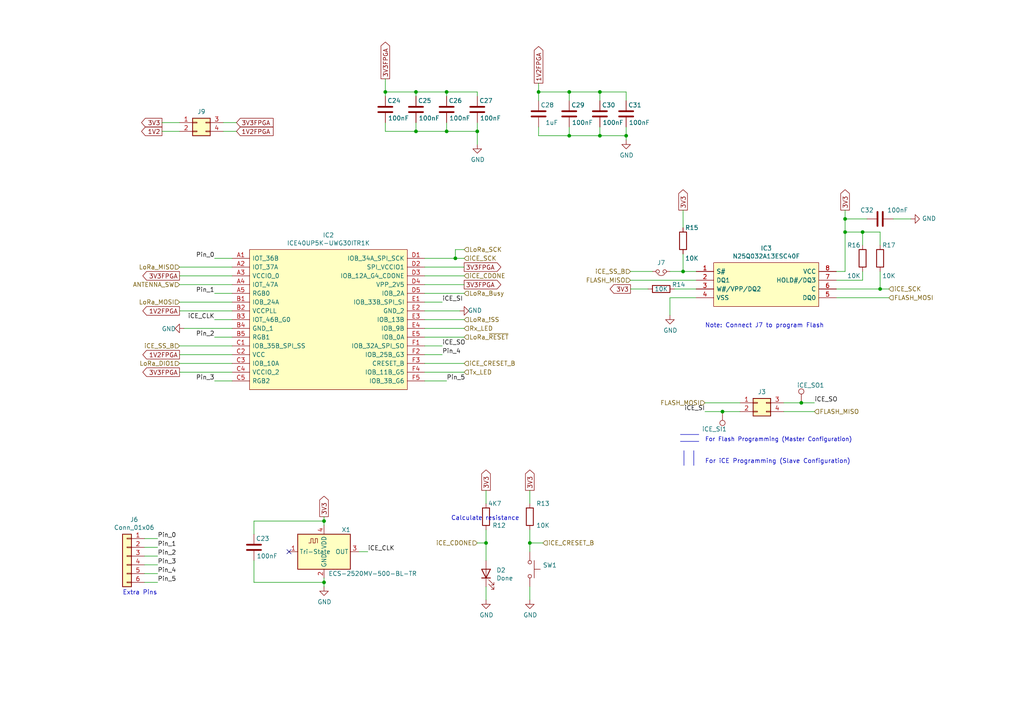
<source format=kicad_sch>
(kicad_sch (version 20211123) (generator eeschema)
  (paper "A4")
  (lib_symbols
    (symbol "Connector:TestPoint" (pin_numbers hide) (pin_names (offset 0.762) hide)
      (property "Reference" "TP" (at 0 6.858 0))
      (property "Value" "TestPoint" (at 0 5.08 0))
      (symbol "TestPoint_0_1"
        (circle (center 0 3.302) (radius 0.762))
      )
      (symbol "TestPoint_1_1"
        (pin passive line (at 0 0 90) (length 2.54) (name "1") (number "1"))
      )
    )
    (symbol "Connector_Generic:Conn_01x06" (pin_names (offset 1.016) hide)
      (property "Reference" "J" (at 0 7.62 0))
      (property "Value" "Conn_01x06" (at 0 -10.16 0))
      (symbol "Conn_01x06_1_1"
        (rectangle (start -1.27 -7.493) (end 0 -7.747) (stroke (width 0.1524)))
        (rectangle (start -1.27 -4.953) (end 0 -5.207) (stroke (width 0.1524)))
        (rectangle (start -1.27 -2.413) (end 0 -2.667) (stroke (width 0.1524)))
        (rectangle (start -1.27 0.127) (end 0 -0.127) (stroke (width 0.1524)))
        (rectangle (start -1.27 2.667) (end 0 2.413) (stroke (width 0.1524)))
        (rectangle (start -1.27 5.207) (end 0 4.953) (stroke (width 0.1524)))
        (rectangle (start -1.27 6.35) (end 1.27 -8.89) (stroke (width 0.254)) (fill (type background)))
        (pin passive line (at -5.08 5.08 0) (length 3.81) (name "Pin_1") (number "1"))
        (pin passive line (at -5.08 2.54 0) (length 3.81) (name "Pin_2") (number "2"))
        (pin passive line (at -5.08 0 0) (length 3.81) (name "Pin_3") (number "3"))
        (pin passive line (at -5.08 -2.54 0) (length 3.81) (name "Pin_4") (number "4"))
        (pin passive line (at -5.08 -5.08 0) (length 3.81) (name "Pin_5") (number "5"))
        (pin passive line (at -5.08 -7.62 0) (length 3.81) (name "Pin_6") (number "6"))
      )
    )
    (symbol "Connector_Generic:Conn_02x02_Top_Bottom" (pin_names (offset 1.016) hide)
      (property "Reference" "J" (at 1.27 2.54 0))
      (property "Value" "Conn_02x02_Top_Bottom" (at 1.27 -5.08 0))
      (symbol "Conn_02x02_Top_Bottom_1_1"
        (rectangle (start -1.27 -2.413) (end 0 -2.667) (stroke (width 0.1524)))
        (rectangle (start -1.27 0.127) (end 0 -0.127) (stroke (width 0.1524)))
        (rectangle (start -1.27 1.27) (end 3.81 -3.81) (stroke (width 0.254)) (fill (type background)))
        (rectangle (start 3.81 -2.413) (end 2.54 -2.667) (stroke (width 0.1524)))
        (rectangle (start 3.81 0.127) (end 2.54 -0.127) (stroke (width 0.1524)))
        (pin passive line (at -5.08 0 0) (length 3.81) (name "Pin_1") (number "1"))
        (pin passive line (at -5.08 -2.54 0) (length 3.81) (name "Pin_2") (number "2"))
        (pin passive line (at 7.62 0 180) (length 3.81) (name "Pin_3") (number "3"))
        (pin passive line (at 7.62 -2.54 180) (length 3.81) (name "Pin_4") (number "4"))
      )
    )
    (symbol "Device:C" (pin_numbers hide) (pin_names (offset 0.254))
      (property "Reference" "C" (at 0.635 2.54 0))
      (property "Value" "C" (at 0.635 -2.54 0))
      (symbol "C_0_1"
        (polyline (pts (xy -2.032 -0.762) (xy 2.032 -0.762)) (stroke (width 0.508)))
        (polyline (pts (xy -2.032 0.762) (xy 2.032 0.762)) (stroke (width 0.508)))
      )
      (symbol "C_1_1"
        (pin passive line (at 0 3.81 270) (length 2.794) (name "~") (number "1"))
        (pin passive line (at 0 -3.81 90) (length 2.794) (name "~") (number "2"))
      )
    )
    (symbol "Device:Jumper_NC_Small" (pin_numbers hide) (pin_names (offset 0.762) hide)
      (property "Reference" "JP" (at 0 2.032 0))
      (property "Value" "Device_Jumper_NC_Small" (at 0.254 -1.524 0))
      (symbol "Jumper_NC_Small_0_1"
        (circle (center -1.016 0) (radius 0.508))
        (circle (center 1.016 0) (radius 0.508))
        (arc (start 1.016 0.762) (mid 0 1.1828) (end -1.016 0.762))
        (pin passive line (at -2.54 0 0) (length 1.016) (name "1") (number "1"))
        (pin passive line (at 2.54 0 180) (length 1.016) (name "2") (number "2"))
      )
    )
    (symbol "Device:LED" (pin_numbers hide) (pin_names (offset 1.016) hide)
      (property "Reference" "D" (at 0 2.54 0))
      (property "Value" "LED" (at 0 -2.54 0))
      (symbol "LED_0_1"
        (polyline (pts (xy -1.27 -1.27) (xy -1.27 1.27)) (stroke (width 0.254)))
        (polyline (pts (xy -1.27 0) (xy 1.27 0)))
        (polyline (pts (xy 1.27 -1.27) (xy 1.27 1.27) (xy -1.27 0) (xy 1.27 -1.27)) (stroke (width 0.254)))
        (polyline (pts (xy -3.048 -0.762) (xy -4.572 -2.286) (xy -3.81 -2.286) (xy -4.572 -2.286) (xy -4.572 -1.524)))
        (polyline (pts (xy -1.778 -0.762) (xy -3.302 -2.286) (xy -2.54 -2.286) (xy -3.302 -2.286) (xy -3.302 -1.524)))
      )
      (symbol "LED_1_1"
        (pin passive line (at -3.81 0 0) (length 2.54) (name "K") (number "1"))
        (pin passive line (at 3.81 0 180) (length 2.54) (name "A") (number "2"))
      )
    )
    (symbol "Device:R" (pin_numbers hide) (pin_names (offset 0))
      (property "Reference" "R" (at 2.032 0 90))
      (property "Value" "R" (at 0 0 90))
      (symbol "R_0_1"
        (rectangle (start -1.016 -2.54) (end 1.016 2.54) (stroke (width 0.254)))
      )
      (symbol "R_1_1"
        (pin passive line (at 0 3.81 270) (length 1.27) (name "~") (number "1"))
        (pin passive line (at 0 -3.81 90) (length 1.27) (name "~") (number "2"))
      )
    )
    (symbol "ICE40UP5K-UWG30ITR1K:ICE40UP5K-UWG30ITR1K" (pin_names (offset 0.762))
      (property "Reference" "IC" (at 52.07 7.62 0))
      (property "Value" "ICE40UP5K-UWG30ITR1K" (at 52.07 5.08 0))
      (symbol "ICE40UP5K-UWG30ITR1K_0_0"
        (pin passive line (at 0 0 0) (length 5.08) (name "IOT_36B") (number "A1"))
        (pin passive line (at 0 -2.54 0) (length 5.08) (name "IOT_37A") (number "A2"))
        (pin passive line (at 0 -5.08 0) (length 5.08) (name "VCCIO_0") (number "A3"))
        (pin passive line (at 0 -7.62 0) (length 5.08) (name "IOT_47A") (number "A4"))
        (pin passive line (at 0 -10.16 0) (length 5.08) (name "RGB0") (number "A5"))
        (pin passive line (at 0 -12.7 0) (length 5.08) (name "IOB_24A") (number "B1"))
        (pin passive line (at 0 -15.24 0) (length 5.08) (name "VCCPLL") (number "B2"))
        (pin passive line (at 0 -17.78 0) (length 5.08) (name "IOT_46B_G0") (number "B3"))
        (pin passive line (at 0 -20.32 0) (length 5.08) (name "GND_1") (number "B4"))
        (pin passive line (at 0 -22.86 0) (length 5.08) (name "RGB1") (number "B5"))
        (pin passive line (at 0 -25.4 0) (length 5.08) (name "IOB_35B_SPI_SS") (number "C1"))
        (pin passive line (at 0 -27.94 0) (length 5.08) (name "VCC") (number "C2"))
        (pin passive line (at 0 -30.48 0) (length 5.08) (name "IOB_10A") (number "C3"))
        (pin passive line (at 0 -33.02 0) (length 5.08) (name "VCCIO_2") (number "C4"))
        (pin passive line (at 0 -35.56 0) (length 5.08) (name "RGB2") (number "C5"))
        (pin passive line (at 55.88 0 180) (length 5.08) (name "IOB_34A_SPI_SCK") (number "D1"))
        (pin passive line (at 55.88 -2.54 180) (length 5.08) (name "SPI_VCCIO1") (number "D2"))
        (pin passive line (at 55.88 -5.08 180) (length 5.08) (name "IOB_12A_G4_CDONE") (number "D3"))
        (pin passive line (at 55.88 -7.62 180) (length 5.08) (name "VPP_2V5") (number "D4"))
        (pin passive line (at 55.88 -10.16 180) (length 5.08) (name "IOB_2A") (number "D5"))
        (pin passive line (at 55.88 -12.7 180) (length 5.08) (name "IOB_33B_SPI_SI") (number "E1"))
        (pin passive line (at 55.88 -15.24 180) (length 5.08) (name "GND_2") (number "E2"))
        (pin passive line (at 55.88 -17.78 180) (length 5.08) (name "IOB_13B") (number "E3"))
        (pin passive line (at 55.88 -20.32 180) (length 5.08) (name "IOB_9B") (number "E4"))
        (pin passive line (at 55.88 -22.86 180) (length 5.08) (name "IOB_0A") (number "E5"))
        (pin passive line (at 55.88 -25.4 180) (length 5.08) (name "IOB_32A_SPI_SO") (number "F1"))
        (pin passive line (at 55.88 -27.94 180) (length 5.08) (name "IOB_25B_G3") (number "F2"))
        (pin passive line (at 55.88 -30.48 180) (length 5.08) (name "CRESET_B") (number "F3"))
        (pin passive line (at 55.88 -33.02 180) (length 5.08) (name "IOB_11B_G5") (number "F4"))
        (pin passive line (at 55.88 -35.56 180) (length 5.08) (name "IOB_3B_G6") (number "F5"))
      )
      (symbol "ICE40UP5K-UWG30ITR1K_0_1"
        (polyline (pts (xy 5.08 2.54) (xy 50.8 2.54) (xy 50.8 -38.1) (xy 5.08 -38.1) (xy 5.08 2.54)) (stroke (width 0.1524)) (fill (type background)))
      )
    )
    (symbol "N25Q032A13ESC40F:N25Q032A13ESC40F" (pin_names (offset 0.762))
      (property "Reference" "IC" (at -10.16 12.7 0))
      (property "Value" "N25Q032A13ESC40F" (at -10.16 10.16 0))
      (symbol "N25Q032A13ESC40F_0_0"
        (pin passive line (at -21.59 3.81 0) (length 5.08) (name "S#") (number "1"))
        (pin passive line (at -21.59 1.27 0) (length 5.08) (name "DQ1") (number "2"))
        (pin passive line (at -21.59 -1.27 0) (length 5.08) (name "W#/VPP/DQ2") (number "3"))
        (pin passive line (at -21.59 -3.81 0) (length 5.08) (name "VSS") (number "4"))
        (pin passive line (at 19.05 -3.81 180) (length 5.08) (name "DQ0") (number "5"))
        (pin passive line (at 19.05 -1.27 180) (length 5.08) (name "C") (number "6"))
        (pin passive line (at 19.05 1.27 180) (length 5.08) (name "HOLD#/DQ3") (number "7"))
        (pin passive line (at 19.05 3.81 180) (length 5.08) (name "VCC") (number "8"))
      )
      (symbol "N25Q032A13ESC40F_0_1"
        (rectangle (start -16.51 6.35) (end 13.97 -6.35) (stroke (width 0.1524)) (fill (type background)))
      )
    )
    (symbol "Oscillator:ECS-2520MV-xxx-xx"
      (property "Reference" "X" (at -5.08 6.35 0))
      (property "Value" "ECS-2520MV-xxx-xx" (at 1.27 -6.35 0))
      (symbol "ECS-2520MV-xxx-xx_0_1"
        (rectangle (start -7.62 5.08) (end 7.62 -5.08) (stroke (width 0.254)) (fill (type background)))
        (polyline (pts (xy -4.445 2.54) (xy -3.81 2.54) (xy -3.81 3.81) (xy -3.175 3.81) (xy -3.175 2.54) (xy -2.54 2.54) (xy -2.54 3.81) (xy -1.905 3.81) (xy -1.905 2.54)))
      )
      (symbol "ECS-2520MV-xxx-xx_1_1"
        (pin input line (at -10.16 0 0) (length 2.54) (name "Tri-State") (number "1"))
        (pin power_in line (at 0 -7.62 90) (length 2.54) (name "GND") (number "2"))
        (pin output line (at 10.16 0 180) (length 2.54) (name "OUT") (number "3"))
        (pin power_in line (at 0 7.62 270) (length 2.54) (name "VDD") (number "4"))
      )
    )
    (symbol "Switch:SW_Push" (pin_numbers hide) (pin_names (offset 1.016) hide)
      (property "Reference" "SW" (at 1.27 2.54 0))
      (property "Value" "SW_Push" (at 0 -1.524 0))
      (symbol "SW_Push_0_1"
        (circle (center -2.032 0) (radius 0.508))
        (polyline (pts (xy 0 1.27) (xy 0 3.048)))
        (polyline (pts (xy 2.54 1.27) (xy -2.54 1.27)))
        (circle (center 2.032 0) (radius 0.508))
        (pin passive line (at -5.08 0 0) (length 2.54) (name "1") (number "1"))
        (pin passive line (at 5.08 0 180) (length 2.54) (name "2") (number "2"))
      )
    )
    (symbol "power:GND" (power) (pin_names (offset 0))
      (property "Value" "GND" (at 0 -3.81 0))
      (symbol "GND_0_1"
        (polyline (pts (xy 0 0) (xy 0 -1.27) (xy 1.27 -1.27) (xy 0 -2.54) (xy -1.27 -1.27) (xy 0 -1.27)))
      )
      (symbol "GND_1_1"
        (pin power_in line (at 0 0 270) (length 0) hide (name "GND") (number "1"))
      )
    )
  )
  (junction (at 232.41 116.84))
  (junction (at 209.55 119.38))
  (junction (at 93.98 151.13))
  (junction (at 138.43 38.1))
  (junction (at 120.65 26.67))
  (junction (at 245.11 67.31))
  (junction (at 250.19 67.31))
  (junction (at 198.12 78.74))
  (junction (at 255.27 83.82))
  (junction (at 129.54 26.67))
  (junction (at 129.54 38.1))
  (junction (at 132.08 74.93))
  (junction (at 153.67 157.48))
  (junction (at 173.99 39.37))
  (junction (at 181.61 39.37))
  (junction (at 173.99 26.67))
  (junction (at 93.98 168.91))
  (junction (at 245.11 63.5))
  (junction (at 156.21 26.67))
  (junction (at 140.97 157.48))
  (junction (at 120.65 38.1))
  (junction (at 165.1 39.37))
  (junction (at 165.1 26.67))
  (junction (at 111.76 26.67))
  (no_connect (at 83.82 160.02))
  (wire (pts (xy 120.65 38.1) (xy 111.76 38.1)))
  (wire (pts (xy 153.67 170.18) (xy 153.67 173.99)))
  (wire (pts (xy 132.08 74.93) (xy 134.62 74.93)))
  (wire (pts (xy 67.31 100.33) (xy 52.07 100.33)))
  (wire (pts (xy 165.1 26.67) (xy 156.21 26.67)))
  (wire (pts (xy 41.91 166.37) (xy 45.72 166.37)))
  (wire (pts (xy 128.27 87.63) (xy 123.19 87.63)))
  (wire (pts (xy 41.91 158.75) (xy 45.72 158.75)))
  (wire (pts (xy 201.93 86.36) (xy 194.31 86.36)))
  (wire (pts (xy 250.19 81.28) (xy 250.19 78.74)))
  (wire (pts (xy 134.62 97.79) (xy 123.19 97.79)))
  (wire (pts (xy 134.62 82.55) (xy 123.19 82.55)))
  (wire (pts (xy 204.47 116.84) (xy 214.63 116.84)))
  (wire (pts (xy 67.31 80.01) (xy 52.07 80.01)))
  (wire (pts (xy 104.14 160.02) (xy 106.68 160.02)))
  (wire (pts (xy 73.66 168.91) (xy 93.98 168.91)))
  (wire (pts (xy 138.43 35.56) (xy 138.43 38.1)))
  (wire (pts (xy 227.33 116.84) (xy 232.41 116.84)))
  (wire (pts (xy 250.19 71.12) (xy 250.19 67.31)))
  (wire (pts (xy 123.19 77.47) (xy 134.62 77.47)))
  (wire (pts (xy 67.31 74.93) (xy 62.23 74.93)))
  (wire (pts (xy 245.11 60.96) (xy 245.11 63.5)))
  (wire (pts (xy 165.1 36.83) (xy 165.1 39.37)))
  (wire (pts (xy 255.27 71.12) (xy 255.27 67.31)))
  (wire (pts (xy 250.19 67.31) (xy 255.27 67.31)))
  (wire (pts (xy 153.67 146.05) (xy 153.67 142.24)))
  (wire (pts (xy 132.08 74.93) (xy 132.08 72.39)))
  (wire (pts (xy 153.67 157.48) (xy 157.48 157.48)))
  (wire (pts (xy 138.43 157.48) (xy 140.97 157.48)))
  (wire (pts (xy 120.65 26.67) (xy 129.54 26.67)))
  (wire (pts (xy 173.99 26.67) (xy 165.1 26.67)))
  (wire (pts (xy 46.99 38.1) (xy 52.07 38.1)))
  (wire (pts (xy 259.08 63.5) (xy 264.16 63.5)))
  (wire (pts (xy 138.43 38.1) (xy 138.43 41.91)))
  (wire (pts (xy 173.99 36.83) (xy 173.99 39.37)))
  (wire (pts (xy 201.93 83.82) (xy 195.58 83.82)))
  (wire (pts (xy 182.88 83.82) (xy 187.96 83.82)))
  (wire (pts (xy 67.31 85.09) (xy 62.23 85.09)))
  (wire (pts (xy 134.62 85.09) (xy 123.19 85.09)))
  (wire (pts (xy 129.54 26.67) (xy 138.43 26.67)))
  (wire (pts (xy 41.91 168.91) (xy 45.72 168.91)))
  (wire (pts (xy 64.77 38.1) (xy 68.58 38.1)))
  (wire (pts (xy 156.21 39.37) (xy 165.1 39.37)))
  (wire (pts (xy 93.98 151.13) (xy 93.98 149.86)))
  (wire (pts (xy 140.97 170.18) (xy 140.97 173.99)))
  (wire (pts (xy 93.98 152.4) (xy 93.98 151.13)))
  (wire (pts (xy 134.62 95.25) (xy 123.19 95.25)))
  (wire (pts (xy 165.1 29.21) (xy 165.1 26.67)))
  (wire (pts (xy 194.31 86.36) (xy 194.31 91.44)))
  (wire (pts (xy 67.31 105.41) (xy 52.07 105.41)))
  (wire (pts (xy 111.76 26.67) (xy 120.65 26.67)))
  (wire (pts (xy 242.57 81.28) (xy 250.19 81.28)))
  (wire (pts (xy 67.31 110.49) (xy 62.23 110.49)))
  (wire (pts (xy 245.11 63.5) (xy 251.46 63.5)))
  (wire (pts (xy 189.23 78.74) (xy 182.88 78.74)))
  (wire (pts (xy 138.43 26.67) (xy 138.43 27.94)))
  (wire (pts (xy 153.67 157.48) (xy 153.67 160.02)))
  (wire (pts (xy 173.99 29.21) (xy 173.99 26.67)))
  (wire (pts (xy 67.31 87.63) (xy 52.07 87.63)))
  (wire (pts (xy 73.66 151.13) (xy 93.98 151.13)))
  (wire (pts (xy 194.31 78.74) (xy 198.12 78.74)))
  (wire (pts (xy 111.76 38.1) (xy 111.76 35.56)))
  (wire (pts (xy 245.11 67.31) (xy 250.19 67.31)))
  (wire (pts (xy 181.61 26.67) (xy 173.99 26.67)))
  (wire (pts (xy 120.65 38.1) (xy 129.54 38.1)))
  (wire (pts (xy 204.47 119.38) (xy 209.55 119.38)))
  (wire (pts (xy 181.61 29.21) (xy 181.61 26.67)))
  (wire (pts (xy 52.07 102.87) (xy 67.31 102.87)))
  (wire (pts (xy 41.91 156.21) (xy 45.72 156.21)))
  (wire (pts (xy 153.67 153.67) (xy 153.67 157.48)))
  (wire (pts (xy 156.21 26.67) (xy 156.21 29.21)))
  (wire (pts (xy 73.66 154.94) (xy 73.66 151.13)))
  (wire (pts (xy 242.57 83.82) (xy 255.27 83.82)))
  (wire (pts (xy 123.19 90.17) (xy 133.35 90.17)))
  (wire (pts (xy 209.55 119.38) (xy 214.63 119.38)))
  (wire (pts (xy 111.76 22.86) (xy 111.76 26.67)))
  (wire (pts (xy 242.57 86.36) (xy 257.81 86.36)))
  (wire (pts (xy 245.11 67.31) (xy 245.11 78.74)))
  (wire (pts (xy 123.19 110.49) (xy 129.54 110.49)))
  (wire (pts (xy 53.34 95.25) (xy 67.31 95.25)))
  (wire (pts (xy 123.19 80.01) (xy 134.62 80.01)))
  (wire (pts (xy 140.97 157.48) (xy 140.97 153.67)))
  (wire (pts (xy 232.41 116.84) (xy 236.22 116.84)))
  (wire (pts (xy 227.33 119.38) (xy 236.22 119.38)))
  (wire (pts (xy 198.12 78.74) (xy 198.12 73.66)))
  (wire (pts (xy 73.66 162.56) (xy 73.66 168.91)))
  (wire (pts (xy 120.65 27.94) (xy 120.65 26.67)))
  (wire (pts (xy 67.31 77.47) (xy 52.07 77.47)))
  (wire (pts (xy 132.08 72.39) (xy 134.62 72.39)))
  (wire (pts (xy 67.31 107.95) (xy 52.07 107.95)))
  (wire (pts (xy 129.54 38.1) (xy 138.43 38.1)))
  (wire (pts (xy 134.62 107.95) (xy 123.19 107.95)))
  (wire (pts (xy 129.54 35.56) (xy 129.54 38.1)))
  (wire (pts (xy 140.97 146.05) (xy 140.97 142.24)))
  (wire (pts (xy 64.77 35.56) (xy 68.58 35.56)))
  (wire (pts (xy 123.19 102.87) (xy 128.27 102.87)))
  (wire (pts (xy 182.88 81.28) (xy 201.93 81.28)))
  (wire (pts (xy 52.07 90.17) (xy 67.31 90.17)))
  (wire (pts (xy 129.54 27.94) (xy 129.54 26.67)))
  (wire (pts (xy 123.19 100.33) (xy 128.27 100.33)))
  (wire (pts (xy 245.11 63.5) (xy 245.11 67.31)))
  (wire (pts (xy 242.57 78.74) (xy 245.11 78.74)))
  (wire (pts (xy 181.61 39.37) (xy 181.61 36.83)))
  (wire (pts (xy 123.19 74.93) (xy 132.08 74.93)))
  (wire (pts (xy 67.31 92.71) (xy 62.23 92.71)))
  (wire (pts (xy 123.19 105.41) (xy 134.62 105.41)))
  (wire (pts (xy 173.99 39.37) (xy 181.61 39.37)))
  (wire (pts (xy 93.98 168.91) (xy 93.98 167.64)))
  (wire (pts (xy 198.12 78.74) (xy 201.93 78.74)))
  (wire (pts (xy 67.31 82.55) (xy 52.07 82.55)))
  (wire (pts (xy 93.98 170.18) (xy 93.98 168.91)))
  (wire (pts (xy 111.76 27.94) (xy 111.76 26.67)))
  (wire (pts (xy 181.61 40.64) (xy 181.61 39.37)))
  (wire (pts (xy 41.91 163.83) (xy 45.72 163.83)))
  (wire (pts (xy 67.31 97.79) (xy 62.23 97.79)))
  (wire (pts (xy 46.99 35.56) (xy 52.07 35.56)))
  (wire (pts (xy 120.65 35.56) (xy 120.65 38.1)))
  (wire (pts (xy 255.27 83.82) (xy 255.27 78.74)))
  (wire (pts (xy 140.97 157.48) (xy 140.97 162.56)))
  (wire (pts (xy 41.91 161.29) (xy 45.72 161.29)))
  (wire (pts (xy 123.19 92.71) (xy 134.62 92.71)))
  (wire (pts (xy 165.1 39.37) (xy 173.99 39.37)))
  (wire (pts (xy 255.27 83.82) (xy 257.81 83.82)))
  (wire (pts (xy 156.21 24.13) (xy 156.21 26.67)))
  (wire (pts (xy 156.21 36.83) (xy 156.21 39.37)))
  (wire (pts (xy 198.12 60.96) (xy 198.12 66.04)))
  (text "Calculate resistance" (at 130.81 151.13 0) (effects (font (size 1.27 1.27)) (justify left bottom)))
  (text "Note: Connect J7 to program Flash" (at 204.47 95.25 0) (effects (font (size 1.27 1.27)) (justify left bottom)))
  (text "||" (at 196.85 134.62 0) (effects (font (size 2.9972 2.9972)) (justify left bottom)))
  (text "For Flash Programming (Master Configuration)" (at 204.47 128.27 0) (effects (font (size 1.1938 1.1938)) (justify left bottom)))
  (text "Extra Pins" (at 35.56 172.72 0) (effects (font (size 1.27 1.27)) (justify left bottom)))
  (text "=" (at 195.58 130.81 0) (effects (font (size 7.0104 7.0104)) (justify left bottom)))
  (text "For iCE Programming (Slave Configuration)" (at 204.47 134.62 0) (effects (font (size 1.27 1.27)) (justify left bottom)))
  (label "Pin_0" (at 62.23 74.93 180))
  (label "Pin_5" (at 45.72 168.91 0))
  (label "Pin_3" (at 62.23 110.49 180))
  (label "Pin_2" (at 45.72 161.29 0))
  (label "Pin_4" (at 45.72 166.37 0))
  (label "Pin_2" (at 62.23 97.79 180))
  (label "iCE_CLK" (at 106.68 160.02 0))
  (label "Pin_4" (at 128.27 102.87 0))
  (label "iCE_SI" (at 128.27 87.63 0))
  (label "Pin_1" (at 62.23 85.09 180))
  (label "iCE_SO" (at 236.22 116.84 0))
  (label "Pin_5" (at 129.54 110.49 0))
  (label "iCE_SI" (at 204.47 119.38 180))
  (label "Pin_0" (at 45.72 156.21 0))
  (label "Pin_3" (at 45.72 163.83 0))
  (label "Pin_1" (at 45.72 158.75 0))
  (label "iCE_SO" (at 128.27 100.33 0))
  (label "iCE_CLK" (at 62.23 92.71 180))
  (global_label "3V3" (shape output) (at 140.97 142.24 90) (property "Intersheet References" "${INTERSHEET_REFS}" (effects hide)))
  (global_label "1V2FPGA" (shape output) (at 52.07 102.87 180) (property "Intersheet References" "${INTERSHEET_REFS}" (effects hide)))
  (global_label "3V3" (shape output) (at 93.98 149.86 90) (property "Intersheet References" "${INTERSHEET_REFS}" (effects hide)))
  (global_label "3V3" (shape output) (at 198.12 60.96 90) (property "Intersheet References" "${INTERSHEET_REFS}" (effects hide)))
  (global_label "3V3FPGA" (shape output) (at 134.62 82.55 0) (property "Intersheet References" "${INTERSHEET_REFS}" (effects hide)))
  (global_label "3V3" (shape output) (at 245.11 60.96 90) (property "Intersheet References" "${INTERSHEET_REFS}" (effects hide)))
  (global_label "3V3" (shape output) (at 46.99 35.56 180) (property "Intersheet References" "${INTERSHEET_REFS}" (effects hide)))
  (global_label "3V3FPGA" (shape output) (at 134.62 77.47 0) (property "Intersheet References" "${INTERSHEET_REFS}" (effects hide)))
  (global_label "1V2FPGA" (shape output) (at 52.07 90.17 180) (property "Intersheet References" "${INTERSHEET_REFS}" (effects hide)))
  (global_label "3V3FPGA" (shape input) (at 68.58 35.56 0) (property "Intersheet References" "${INTERSHEET_REFS}" (effects hide)))
  (global_label "1V2FPGA" (shape output) (at 156.21 24.13 90) (property "Intersheet References" "${INTERSHEET_REFS}" (effects hide)))
  (global_label "1V2" (shape output) (at 46.99 38.1 180) (property "Intersheet References" "${INTERSHEET_REFS}" (effects hide)))
  (global_label "3V3" (shape output) (at 153.67 142.24 90) (property "Intersheet References" "${INTERSHEET_REFS}" (effects hide)))
  (global_label "3V3" (shape output) (at 182.88 83.82 180) (property "Intersheet References" "${INTERSHEET_REFS}" (effects hide)))
  (global_label "3V3FPGA" (shape output) (at 52.07 80.01 180) (property "Intersheet References" "${INTERSHEET_REFS}" (effects hide)))
  (global_label "1V2FPGA" (shape input) (at 68.58 38.1 0) (property "Intersheet References" "${INTERSHEET_REFS}" (effects hide)))
  (global_label "3V3FPGA" (shape output) (at 111.76 22.86 90) (property "Intersheet References" "${INTERSHEET_REFS}" (effects hide)))
  (global_label "3V3FPGA" (shape output) (at 52.07 107.95 180) (property "Intersheet References" "${INTERSHEET_REFS}" (effects hide)))
  (hierarchical_label "Tx_LED" (shape input) (at 134.62 107.95 0))
  (hierarchical_label "iCE_CDONE" (shape input) (at 134.62 80.01 0))
  (hierarchical_label "LoRa_!SS" (shape input) (at 134.62 92.71 0))
  (hierarchical_label "iCE_SCK" (shape input) (at 134.62 74.93 0))
  (hierarchical_label "iCE_SS_B" (shape input) (at 52.07 100.33 180))
  (hierarchical_label "iCE_CRESET_B" (shape input) (at 134.62 105.41 0))
  (hierarchical_label "LoRa_MOSI" (shape input) (at 52.07 87.63 180))
  (hierarchical_label "FLASH_MISO" (shape input) (at 236.22 119.38 0))
  (hierarchical_label "LoRa_~{RESET}" (shape input) (at 134.62 97.79 0))
  (hierarchical_label "iCE_SCK" (shape input) (at 257.81 83.82 0))
  (hierarchical_label "ANTENNA_SW" (shape input) (at 52.07 82.55 180))
  (hierarchical_label "FLASH_MOSI" (shape input) (at 257.81 86.36 0))
  (hierarchical_label "FLASH_MISO" (shape input) (at 182.88 81.28 180))
  (hierarchical_label "LoRa_Busy" (shape input) (at 134.62 85.09 0))
  (hierarchical_label "iCE_CRESET_B" (shape input) (at 157.48 157.48 0))
  (hierarchical_label "Rx_LED" (shape input) (at 134.62 95.25 0))
  (hierarchical_label "LoRa_DIO1" (shape input) (at 52.07 105.41 180))
  (hierarchical_label "FLASH_MOSI" (shape input) (at 204.47 116.84 180))
  (hierarchical_label "iCE_CDONE" (shape input) (at 138.43 157.48 180))
  (hierarchical_label "iCE_SS_B" (shape input) (at 182.88 78.74 180))
  (hierarchical_label "LoRa_SCK" (shape input) (at 134.62 72.39 0))
  (hierarchical_label "LoRa_MISO" (shape input) (at 52.07 77.47 180))
  (symbol (lib_id "N25Q032A13ESC40F:N25Q032A13ESC40F") (at 223.52 82.55 0) (unit 1)
    (property "Reference" "IC3" (at 222.25 72.009 0))
    (property "Value" "N25Q032A13ESC40F" (at 222.25 74.3204 0))
    (property "Footprint" "N25Q032A13ESC40F:SOIC127P600X175-8N" (effects hide))
    (property "Datasheet" "https://media-www.micron.com/-/media/client/global/documents/products/data-sheet/nor-flash/serial-nor/n25q/n25q_32mb_3v_65nm.pdf?rev=27fc6016fc5249adb4bb8f221e72b395" (effects hide))
    (property "Description" "FLASH - NOR Memory IC 32Mb (8M x 4) SPI 108MHz  8-SO" (effects hide))
    (property "Height" "1.75" (effects hide))
    (property "Manufacturer_Name" "Alliance Memory" (effects hide))
    (property "Manufacturer_Part_Number" "N25Q032A13ESC40F" (effects hide))
    (property "Mouser Part Number" "913-N25Q032A13ESC40F" (effects hide))
    (property "Mouser Price/Stock" "https://www.mouser.co.uk/ProductDetail/Alliance-Memory/N25Q032A13ESC40F?qs=W%2FMpXkg%252BdQ70%2FmLJsMq3Ww%3D%3D" (effects hide))
  )
  (symbol (lib_id "Device:R") (at 153.67 149.86 180) (unit 1)
    (property "Reference" "R13" (at 157.48 146.05 0))
    (property "Value" "10K" (at 157.48 152.4 0))
    (property "Footprint" "Resistor_SMD:R_0402_1005Metric_Pad0.72x0.64mm_HandSolder" (effects hide))
    (property "Description" "RES 10K OHM 1% 1/16W 0402" (effects hide))
    (property "Manufacturer" "Stackpole Electronics Inc" (effects hide))
    (property "Manufacturer Part Number" "RMCF0402FT10K0" (effects hide))
    (property "Package" "0402" (effects hide))
  )
  (symbol (lib_id "Device:R") (at 140.97 149.86 180) (unit 1)
    (property "Reference" "R12" (at 144.78 152.4 0))
    (property "Value" "4K7" (at 143.51 146.05 0))
    (property "Footprint" "Resistor_SMD:R_0402_1005Metric_Pad0.72x0.64mm_HandSolder" (effects hide))
    (property "Description" "RES 10K OHM 1% 1/16W 0402" (effects hide))
    (property "Manufacturer" "Stackpole Electronics Inc" (effects hide))
    (property "Manufacturer Part Number" "RMCF0402JT4K70" (effects hide))
    (property "Package" "0402" (effects hide))
  )
  (symbol (lib_id "ICE40UP5K-UWG30ITR1K:ICE40UP5K-UWG30ITR1K") (at 67.31 74.93 0) (unit 1)
    (property "Reference" "IC2" (at 95.25 68.199 0))
    (property "Value" "ICE40UP5K-UWG30ITR1K" (at 95.25 70.5104 0))
    (property "Footprint" "ICE40UP5K-UWG30ITR1K_KiCad:BGA30C40P5X6_211X254X60" (effects hide))
    (property "Datasheet" "http://www.latticesemi.com/-/media/LatticeSemi/Documents/DataSheets/iCE/FPGA-DS-02008-1-6-iCE40-UltraPlus-Family-Data-Sheet.ashx?document_id=51968" (effects hide))
    (property "Description" "FPGA - Field Programmable Gate Array iCE40-UltraPlus, 5280 LUTs, 1.2V" (effects hide))
    (property "Height" "0.6" (effects hide))
    (property "Manufacturer_Name" "Lattice Semiconductor" (effects hide))
    (property "Manufacturer_Part_Number" "ICE40UP5K-UWG30ITR1K" (effects hide))
    (property "Mouser Part Number" "842-40UP5KUWG30ITR1K" (effects hide))
    (property "Mouser Price/Stock" "https://www.mouser.co.uk/ProductDetail/Lattice/ICE40UP5K-UWG30ITR1K?qs=Rp3RbKSfAt0rwndd2oX17g%3D%3D" (effects hide))
    (property "Arrow Part Number" "ICE40UP5K-UWG30ITR1K" (effects hide))
    (property "Arrow Price/Stock" "https://www.arrow.com/en/products/ice40up5k-uwg30itr1k/lattice-semiconductor?region=nac" (effects hide))
    (property "Manufacturer" "Lattice Semiconductor" (effects hide))
    (property "Manufacturer Part Number" "ICE40UP5K-UWG30ITR1K" (effects hide))
    (property "Package" "30-UFBGA, WLCSP" (effects hide))
    (property "Type" "SMD" (effects hide))
  )
  (symbol (lib_id "Connector_Generic:Conn_02x02_Top_Bottom") (at 219.71 116.84 0) (unit 1)
    (property "Reference" "J3" (at 220.98 113.665 0))
    (property "Value" "Conn_02x02_Top_Bottom" (effects hide))
    (property "Footprint" "Connector_PinHeader_2.54mm:PinHeader_2x02_P2.54mm_Vertical" (effects hide))
    (property "Description" "2x02 Male Header" (effects hide))
    (property "Manufacturer" "-" (effects hide))
    (property "Manufacturer Part Number" "-" (effects hide))
    (property "Package" "-" (effects hide))
    (property "Type" "Through Hole" (effects hide))
  )
  (symbol (lib_id "power:GND") (at 133.35 90.17 90) (unit 1)
    (property "Reference" "#PWR022" (effects hide))
    (property "Value" "GND" (at 137.7442 90.043 90))
  )
  (symbol (lib_id "power:GND") (at 53.34 95.25 270) (unit 1)
    (property "Reference" "#PWR018" (effects hide))
    (property "Value" "GND" (at 48.9458 95.377 90))
  )
  (symbol (lib_id "power:GND") (at 138.43 41.91 0) (unit 1)
    (property "Reference" "#PWR020" (effects hide))
    (property "Value" "GND" (at 138.557 46.3042 0))
  )
  (symbol (lib_id "power:GND") (at 140.97 173.99 0) (unit 1)
    (property "Reference" "#PWR021" (effects hide))
    (property "Value" "GND" (at 141.097 178.3842 0))
  )
  (symbol (lib_id "Device:LED") (at 140.97 166.37 90) (unit 1)
    (property "Reference" "D2" (at 143.9672 165.3794 90) (effects (justify right)))
    (property "Value" "Done" (at 143.9672 167.6908 90) (effects (justify right)))
    (property "Footprint" "LED_SMD:LED_0603_1608Metric_Pad1.05x0.95mm_HandSolder" (effects hide))
    (property "Description" "LED GREEN CLEAR CHIP SMD" (effects hide))
    (property "Manufacturer" "SunLED" (effects hide))
    (property "Manufacturer Part Number" "XZVG53W-8" (effects hide))
    (property "Package" "0603" (effects hide))
  )
  (symbol (lib_id "power:GND") (at 153.67 173.99 0) (unit 1)
    (property "Reference" "#PWR023" (effects hide))
    (property "Value" "GND" (at 153.797 178.3842 0))
  )
  (symbol (lib_id "Switch:SW_Push") (at 153.67 165.1 270) (unit 1)
    (property "Reference" "SW1" (at 157.4292 163.9316 90) (effects (justify left)))
    (property "Value" "SW_Push" (effects hide))
    (property "Footprint" "Button_Switch_THT:SW_PUSH_6mm_H5mm" (effects hide))
    (property "Description" "Push Button Switch" (effects hide))
    (property "Type" "Through Hole" (effects hide))
    (property "Manufacturer" " " (effects hide))
  )
  (symbol (lib_id "power:GND") (at 181.61 40.64 0) (unit 1)
    (property "Reference" "#PWR024" (effects hide))
    (property "Value" "GND" (at 181.737 45.0342 0))
  )
  (symbol (lib_id "Device:C") (at 156.21 33.02 180) (unit 1)
    (property "Reference" "C28" (at 158.75 30.48 0))
    (property "Value" "1uF" (at 160.02 35.56 0))
    (property "Footprint" "Capacitor_SMD:C_0402_1005Metric_Pad0.74x0.62mm_HandSolder" (effects hide))
    (property "Part Number" "GRM155R70J105MA12D" (effects hide))
    (property "Description" "CAP CER 1UF 6.3V X7R 0402" (effects hide))
    (property "Manufacturer" "Murata Electronics" (effects hide))
    (property "Manufacturer Part Number" "GRM155R70J105MA12D" (effects hide))
    (property "Package" "0402" (effects hide))
    (property "Type" "SMD" (effects hide))
  )
  (symbol (lib_id "power:GND") (at 194.31 91.44 0) (unit 1)
    (property "Reference" "#PWR025" (effects hide))
    (property "Value" "GND" (at 194.437 95.8342 0))
  )
  (symbol (lib_id "Device:R") (at 255.27 74.93 180) (unit 1)
    (property "Reference" "R17" (at 257.81 71.12 0))
    (property "Value" "10K" (at 257.81 80.01 0))
    (property "Footprint" "Resistor_SMD:R_0402_1005Metric_Pad0.72x0.64mm_HandSolder" (effects hide))
    (property "Description" "RES 10K OHM 1% 1/16W 0402" (effects hide))
    (property "Manufacturer" "Stackpole Electronics Inc" (effects hide))
    (property "Manufacturer Part Number" "RMCF0402FT10K0" (effects hide))
    (property "Package" "0402" (effects hide))
  )
  (symbol (lib_id "Device:R") (at 250.19 74.93 180) (unit 1)
    (property "Reference" "R16" (at 247.65 71.12 0))
    (property "Value" "10K" (at 247.65 80.01 0))
    (property "Footprint" "Resistor_SMD:R_0402_1005Metric_Pad0.72x0.64mm_HandSolder" (effects hide))
    (property "Description" "RES 10K OHM 1% 1/16W 0402" (effects hide))
    (property "Manufacturer" "Stackpole Electronics Inc" (effects hide))
    (property "Manufacturer Part Number" "RMCF0402FT10K0" (effects hide))
    (property "Package" "0402" (effects hide))
  )
  (symbol (lib_id "Device:R") (at 191.77 83.82 90) (unit 1)
    (property "Reference" "R14" (at 196.85 82.55 90))
    (property "Value" "10K" (at 191.77 83.82 90))
    (property "Footprint" "Resistor_SMD:R_0402_1005Metric_Pad0.72x0.64mm_HandSolder" (effects hide))
    (property "Description" "RES 10K OHM 1% 1/16W 0402" (effects hide))
    (property "Manufacturer" "Stackpole Electronics Inc" (effects hide))
    (property "Manufacturer Part Number" "RMCF0402FT10K0" (effects hide))
    (property "Package" "0402" (effects hide))
  )
  (symbol (lib_id "Oscillator:ECS-2520MV-xxx-xx") (at 93.98 160.02 0) (unit 1)
    (property "Reference" "X1" (at 99.06 153.67 0) (effects (justify left)))
    (property "Value" "ECS-2520MV-500-BL-TR" (at 95.25 166.37 0) (effects (justify left)))
    (property "Footprint" "Oscillator:Oscillator_SMD_ECS_2520MV-xxx-xx-4Pin_2.5x2.0mm" (effects hide))
    (property "Datasheet" "https://www.ecsxtal.com/store/pdf/ECS-2520MV.pdf" (effects hide))
    (property "Description" "XTAL OSC XO 50.0000MHZ CMOS SMD" (effects hide))
    (property "Manufacturer" "ECS Inc." (effects hide))
    (property "Manufacturer Part Number" "ECS-2520MV-500-BL-TR" (effects hide))
    (property "Package" "4 Pin Crystal" (effects hide))
    (property "Type" "SMD" (effects hide))
  )
  (symbol (lib_id "power:GND") (at 93.98 170.18 0) (unit 1)
    (property "Reference" "#PWR019" (effects hide))
    (property "Value" "GND" (at 94.107 174.5742 0))
  )
  (symbol (lib_id "Device:Jumper_NC_Small") (at 191.77 78.74 180) (unit 1)
    (property "Reference" "J7" (at 191.77 76.2 0))
    (property "Value" "Jumper_NC_Small" (effects hide))
    (property "Footprint" "Connector_PinHeader_2.54mm:PinHeader_1x02_P2.54mm_Vertical" (effects hide))
    (property "Description" "1x02 Male Header" (effects hide))
    (property "Manufacturer" "-" (effects hide))
    (property "Manufacturer Part Number" "-" (effects hide))
    (property "Package" "-" (effects hide))
    (property "Type" "Through Hole" (effects hide))
  )
  (symbol (lib_id "Device:C") (at 73.66 158.75 180) (unit 1)
    (property "Reference" "C23" (at 76.2 156.21 0))
    (property "Value" "100nF" (at 77.47 161.29 0))
    (property "Footprint" "Capacitor_SMD:C_0402_1005Metric_Pad0.74x0.62mm_HandSolder" (effects hide))
    (property "Part Number" "GRM155R71C104KA88D" (effects hide))
    (property "Description" "CAP CER 0.1UF 16V X7R 0402" (effects hide))
    (property "Manufacturer" "Murata Electronics" (effects hide))
    (property "Manufacturer Part Number" "GRM155R71C104KA88D" (effects hide))
    (property "Package" "0402" (effects hide))
    (property "Type" "SMD" (effects hide))
  )
  (symbol (lib_id "Device:R") (at 198.12 69.85 180) (unit 1)
    (property "Reference" "R15" (at 200.66 66.04 0))
    (property "Value" "10K" (at 200.66 74.93 0))
    (property "Footprint" "Resistor_SMD:R_0402_1005Metric_Pad0.72x0.64mm_HandSolder" (effects hide))
    (property "Description" "RES 10K OHM 1% 1/16W 0402" (effects hide))
    (property "Manufacturer" "Stackpole Electronics Inc" (effects hide))
    (property "Manufacturer Part Number" "RMCF0402FT10K0" (effects hide))
    (property "Package" "0402" (effects hide))
  )
  (symbol (lib_id "power:GND") (at 264.16 63.5 90) (unit 1)
    (property "Reference" "#PWR026" (effects hide))
    (property "Value" "GND" (at 267.4112 63.373 90) (effects (justify right)))
  )
  (symbol (lib_id "Connector_Generic:Conn_01x06") (at 36.83 161.29 0) (mirror y) (unit 1)
    (property "Reference" "J6" (at 38.9128 150.6982 0))
    (property "Value" "Conn_01x06" (at 38.9128 153.0096 0))
    (property "Footprint" "Connector_PinHeader_2.54mm:PinHeader_1x06_P2.54mm_Vertical" (effects hide))
    (property "Description" "1x06 Male Header" (effects hide))
    (property "Manufacturer" "-" (effects hide))
    (property "Manufacturer Part Number" "-" (effects hide))
    (property "Package" "-" (effects hide))
    (property "Type" "Through Hole" (effects hide))
  )
  (symbol (lib_id "Connector_Generic:Conn_02x02_Top_Bottom") (at 57.15 35.56 0) (unit 1)
    (property "Reference" "J9" (at 58.42 32.385 0))
    (property "Value" "Conn_02x02_Top_Bottom" (effects hide))
    (property "Footprint" "Connector_PinHeader_2.54mm:PinHeader_2x02_P2.54mm_Vertical" (effects hide))
    (property "Description" "2x02 Male Header" (effects hide))
    (property "Manufacturer" "-" (effects hide))
    (property "Manufacturer Part Number" "-" (effects hide))
    (property "Package" "-" (effects hide))
    (property "Type" "Through Hole" (effects hide))
  )
  (symbol (lib_id "Connector:TestPoint") (at 232.41 116.84 0) (unit 1)
    (property "Reference" "iCE_SO1" (at 231.14 111.76 0) (effects (justify left)))
    (property "Value" "iCE_SO" (effects hide))
    (property "Footprint" "TestPoint:TestPoint_Pad_D1.0mm" (effects hide))
    (property "Description" "Test Point" (effects hide))
    (property "Manufacturer" "-" (effects hide))
    (property "Manufacturer Part Number" "-" (effects hide))
    (property "Package" "-" (effects hide))
    (property "Type" "-" (effects hide))
  )
  (symbol (lib_id "Connector:TestPoint") (at 209.55 119.38 180) (unit 1)
    (property "Reference" "iCE_SI1" (at 210.82 124.46 0) (effects (justify left)))
    (property "Value" "iCE_SI" (effects hide))
    (property "Footprint" "TestPoint:TestPoint_Pad_D1.0mm" (effects hide))
    (property "Description" "Test Point" (effects hide))
    (property "Manufacturer" "-" (effects hide))
    (property "Manufacturer Part Number" "-" (effects hide))
    (property "Package" "-" (effects hide))
    (property "Type" "-" (effects hide))
  )
  (symbol (lib_id "Device:C") (at 111.76 31.75 180) (unit 1)
    (property "Reference" "C24" (at 114.3 29.21 0))
    (property "Value" "100nF" (at 115.57 34.29 0))
    (property "Footprint" "Capacitor_SMD:C_0402_1005Metric_Pad0.74x0.62mm_HandSolder" (effects hide))
    (property "Part Number" "GRM155R71C104KA88D" (effects hide))
    (property "Description" "CAP CER 0.1UF 16V X7R 0402" (effects hide))
    (property "Manufacturer" "Murata Electronics" (effects hide))
    (property "Manufacturer Part Number" "GRM155R71C104KA88D" (effects hide))
    (property "Package" "0402" (effects hide))
    (property "Type" "SMD" (effects hide))
  )
  (symbol (lib_id "Device:C") (at 120.65 31.75 180) (unit 1)
    (property "Reference" "C25" (at 123.19 29.21 0))
    (property "Value" "100nF" (at 124.46 34.29 0))
    (property "Footprint" "Capacitor_SMD:C_0402_1005Metric_Pad0.74x0.62mm_HandSolder" (effects hide))
    (property "Part Number" "GRM155R71C104KA88D" (effects hide))
    (property "Description" "CAP CER 0.1UF 16V X7R 0402" (effects hide))
    (property "Manufacturer" "Murata Electronics" (effects hide))
    (property "Manufacturer Part Number" "GRM155R71C104KA88D" (effects hide))
    (property "Package" "0402" (effects hide))
    (property "Type" "SMD" (effects hide))
  )
  (symbol (lib_id "Device:C") (at 129.54 31.75 180) (unit 1)
    (property "Reference" "C26" (at 132.08 29.21 0))
    (property "Value" "100nF" (at 133.35 34.29 0))
    (property "Footprint" "Capacitor_SMD:C_0402_1005Metric_Pad0.74x0.62mm_HandSolder" (effects hide))
    (property "Part Number" "GRM155R71C104KA88D" (effects hide))
    (property "Description" "CAP CER 0.1UF 16V X7R 0402" (effects hide))
    (property "Manufacturer" "Murata Electronics" (effects hide))
    (property "Manufacturer Part Number" "GRM155R71C104KA88D" (effects hide))
    (property "Package" "0402" (effects hide))
    (property "Type" "SMD" (effects hide))
  )
  (symbol (lib_id "Device:C") (at 138.43 31.75 180) (unit 1)
    (property "Reference" "C27" (at 140.97 29.21 0))
    (property "Value" "100nF" (at 142.24 34.29 0))
    (property "Footprint" "Capacitor_SMD:C_0402_1005Metric_Pad0.74x0.62mm_HandSolder" (effects hide))
    (property "Part Number" "GRM155R71C104KA88D" (effects hide))
    (property "Description" "CAP CER 0.1UF 16V X7R 0402" (effects hide))
    (property "Manufacturer" "Murata Electronics" (effects hide))
    (property "Manufacturer Part Number" "GRM155R71C104KA88D" (effects hide))
    (property "Package" "0402" (effects hide))
    (property "Type" "SMD" (effects hide))
  )
  (symbol (lib_id "Device:C") (at 165.1 33.02 180) (unit 1)
    (property "Reference" "C29" (at 167.64 30.48 0))
    (property "Value" "100nF" (at 168.91 35.56 0))
    (property "Footprint" "Capacitor_SMD:C_0402_1005Metric_Pad0.74x0.62mm_HandSolder" (effects hide))
    (property "Part Number" "GRM155R71C104KA88D" (effects hide))
    (property "Description" "CAP CER 0.1UF 16V X7R 0402" (effects hide))
    (property "Manufacturer" "Murata Electronics" (effects hide))
    (property "Manufacturer Part Number" "GRM155R71C104KA88D" (effects hide))
    (property "Package" "0402" (effects hide))
    (property "Type" "SMD" (effects hide))
  )
  (symbol (lib_id "Device:C") (at 173.99 33.02 180) (unit 1)
    (property "Reference" "C30" (at 176.53 30.48 0))
    (property "Value" "100nF" (at 177.8 35.56 0))
    (property "Footprint" "Capacitor_SMD:C_0402_1005Metric_Pad0.74x0.62mm_HandSolder" (effects hide))
    (property "Part Number" "GRM155R71C104KA88D" (effects hide))
    (property "Description" "CAP CER 0.1UF 16V X7R 0402" (effects hide))
    (property "Manufacturer" "Murata Electronics" (effects hide))
    (property "Manufacturer Part Number" "GRM155R71C104KA88D" (effects hide))
    (property "Package" "0402" (effects hide))
    (property "Type" "SMD" (effects hide))
  )
  (symbol (lib_id "Device:C") (at 181.61 33.02 180) (unit 1)
    (property "Reference" "C31" (at 184.15 30.48 0))
    (property "Value" "100nF" (at 185.42 35.56 0))
    (property "Footprint" "Capacitor_SMD:C_0402_1005Metric_Pad0.74x0.62mm_HandSolder" (effects hide))
    (property "Part Number" "GRM155R71C104KA88D" (effects hide))
    (property "Description" "CAP CER 0.1UF 16V X7R 0402" (effects hide))
    (property "Manufacturer" "Murata Electronics" (effects hide))
    (property "Manufacturer Part Number" "GRM155R71C104KA88D" (effects hide))
    (property "Package" "0402" (effects hide))
    (property "Type" "SMD" (effects hide))
  )
  (symbol (lib_id "Device:C") (at 255.27 63.5 270) (unit 1)
    (property "Reference" "C32" (at 251.46 60.96 90))
    (property "Value" "100nF" (at 260.35 60.96 90))
    (property "Footprint" "Capacitor_SMD:C_0402_1005Metric_Pad0.74x0.62mm_HandSolder" (effects hide))
    (property "Part Number" "GRM155R71C104KA88D" (effects hide))
    (property "Description" "CAP CER 0.1UF 16V X7R 0402" (effects hide))
    (property "Manufacturer" "Murata Electronics" (effects hide))
    (property "Manufacturer Part Number" "GRM155R71C104KA88D" (effects hide))
    (property "Package" "0402" (effects hide))
    (property "Type" "SMD" (effects hide))
  )
)
</source>
